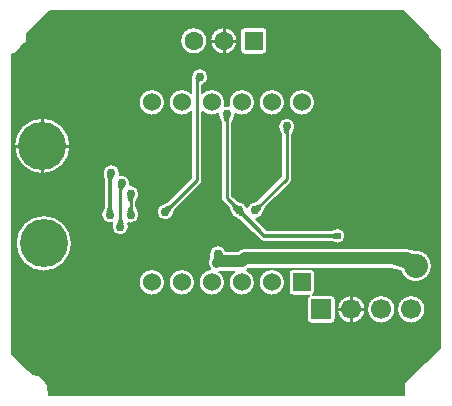
<source format=gbl>
G04 Layer: BottomLayer*
G04 EasyEDA Pro v1.9.29.eba1c1, 2023-03-25 18:59:35*
G04 Gerber Generator version 0.3*
G04 Scale: 100 percent, Rotated: No, Reflected: No*
G04 Dimensions in millimeters*
G04 Leading zeros omitted, absolute positions, 3 integers and 3 decimals*
%FSLAX33Y33*%
%MOMM*%
%ADD999C,0.2032*%
%ADD10C,0.254*%
%ADD11C,4.064*%
%ADD12C,2.032*%
%ADD13C,1.524*%
%ADD14R,1.524X1.524*%
%ADD15R,1.6010X1.599997*%
%ADD16R,1.599997X1.599997*%
%ADD17C,1.599997*%
%ADD18R,1.699997X1.699997*%
%ADD19C,1.699997*%
%ADD20C,0.6096*%
%ADD21C,0.762*%
%ADD22C,0.3048*%
%ADD23C,1.016*%
G75*


G04 Copper Start*
G36*
G01X15773Y-16383D02*
G01X15773Y-17295D01*
G01X-14296D01*
G03X-14291Y-17165I-1833J130D01*
G03X-14376Y-16611I-1837J0D01*
G01Y-16510D01*
G03X-14406Y-16438I-102J0D01*
G01X-14469Y-16375D01*
G03X-15119Y-15630I-1659J-790D01*
G03X-15271Y-15574I-197J-299D01*
G01X-15603Y-15532D01*
G01X-16342Y-14883D01*
G01X-17422Y-13803D01*
G01Y11582D01*
G01X-17272D01*
G03X-17200Y11612I0J102D01*
G01X-16418Y12394D01*
G01X-16294Y12489D01*
G03X-16182Y12631I-216J285D01*
G03X-16154Y12700I-74J69D01*
G01Y12731D01*
G03X-16152Y12774I-356J43D01*
G01Y13295D01*
G01X-14184Y15263D01*
G01X15708D01*
G01X16976Y13996D01*
G01X17803Y13071D01*
G03X17907Y12828I358J10D01*
G01X18820Y11916D01*
G01X18821Y11541D01*
G01Y-13293D01*
G01X15803Y-16311D01*
G03X15773Y-16383I72J-72D01*
G37*
%LPC*%
G36*
G01X9805Y-4370D02*
G03X10160Y-4473I355J560D01*
G03X10823Y-3810I0J663D01*
G03X10160Y-3147I-663J0D01*
G03X9805Y-3250I0J-663D01*
G01X9599Y-3299D01*
G01X4148D01*
G01X3237Y-2388D01*
G03X3905Y-1768I-62J737D01*
G01X4025Y-1487D01*
G01X6185Y673D01*
G03X6327Y1016I-343J343D01*
G01Y4744D01*
G01X6441Y5028D01*
G03X6581Y5461I-599J433D01*
G03X5842Y6200I-739J0D01*
G03X5103Y5461I0J-739D01*
G03X5243Y5028I739J0D01*
G01X5357Y4744D01*
G01Y1217D01*
G01X3339Y-801D01*
G01X3058Y-921D01*
G03X2477Y-1409I117J-730D01*
G03X1895Y-921I-698J-242D01*
G01X1614Y-801D01*
G01X1247Y-434D01*
G01Y5760D01*
G01X1361Y6044D01*
G03X1501Y6477I-599J433D01*
G03Y6507I-739J0D01*
G03X2032Y6373I531J986D01*
G03X3152Y7493I0J1120D01*
G03X2032Y8613I-1120J0D01*
G03X912Y7493I0J-1120D01*
G03X953Y7191I1120J0D01*
G03X762Y7216I-191J-714D01*
G03X571Y7191I0J-739D01*
G03X612Y7493I-1079J302D01*
G03X-508Y8613I-1120J0D01*
G03X-1293Y8292I0J-1120D01*
G01Y8950D01*
G01X-1292D01*
G03X-785Y9652I-232J702D01*
G03X-1524Y10391I-739J0D01*
G03X-2263Y9652I0J-739D01*
G03X-2253Y9531I739J0D01*
G01X-2238Y9424D01*
G03X-2263Y9271I460J-153D01*
G01Y8292D01*
G03X-3048Y8613I-785J-799D01*
G03X-4168Y7493I0J-1120D01*
G03X-3048Y6373I1120J0D01*
G03X-2263Y6694I0J1120D01*
G01Y1090D01*
G01X-4281Y-928D01*
G01X-4562Y-1048D01*
G03X-5184Y-1778I117J-730D01*
G03X-4445Y-2517I739J0D01*
G03X-3715Y-1895I0J739D01*
G01X-3595Y-1614D01*
G01X-1435Y546D01*
G03X-1293Y889I-343J343D01*
G01Y6694D01*
G03X-508Y6373I785J799D01*
G03X23Y6507I0J1120D01*
G03Y6477I739J-30D01*
G03X163Y6044I739J0D01*
G01X277Y5760D01*
G01Y-635D01*
G03X419Y-978I485J0D01*
G01X928Y-1487D01*
G01X1048Y-1768D01*
G03X1649Y-2379I730J117D01*
G01X1917Y-2512D01*
G01X3576Y-4171D01*
G03X3937Y-4321I361J361D01*
G01X9599D01*
G01X9805Y-4370D01*
G37*
G36*
G01X912Y-7747D02*
G03X2032Y-8867I1120J0D01*
G03X3152Y-7747I0J1120D01*
G03X2470Y-6716I-1120J0D01*
G03X2644Y-6581I-438J747D01*
G01X2645D01*
G01X14605D01*
G01X15472Y-6817D01*
G03X16764Y-7724I1292J467D01*
G03X18138Y-6350I0J1374D01*
G03X16764Y-4976I-1374J0D01*
G03X16727I0J-1374D01*
G01X16393Y-4942D01*
G03X16002Y-4849I-391J-773D01*
G01X15467D01*
G01X2286D01*
G03X1674Y-5103I0J-866D01*
G01X1673D01*
G01X702D01*
G03X0Y-4595I-702J-231D01*
G03X-739Y-5334I0J-739D01*
G01Y-5682D01*
G03X-866Y-6096I612J-414D01*
G03X-634Y-6634I739J0D01*
G03X-1628Y-7747I126J-1113D01*
G03X-508Y-8867I1120J0D01*
G03X612Y-7747I0J1120D01*
G03X143Y-6835I-1120J0D01*
G01X1381D01*
G03X912Y-7747I651J-912D01*
G37*
G36*
G01X-14859Y1420D02*
G03X-12469Y3810I0J2390D01*
G03X-14859Y6200I-2390J0D01*
G03X-17249Y3810I0J-2390D01*
G03X-14859Y1420I2390J0D01*
G37*
G36*
G01X-17122Y-4445D02*
G03X-14732Y-6835I2390J0D01*
G03X-12342Y-4445I0J2390D01*
G03X-14732Y-2055I-2390J0D01*
G03X-17122Y-4445I0J-2390D01*
G37*
G36*
G01X-8994Y-3048D02*
G03X-8255Y-3787I739J0D01*
G03X-7516Y-3048I0J739D01*
G03X-7584Y-2738I-739J0D01*
G03X-7366Y-2771I218J706D01*
G03X-6627Y-2032I0J739D01*
G03X-6767Y-1599I-739J0D01*
G01X-6881Y-1315D01*
G01Y-971D01*
G01X-6767Y-687D01*
G03X-6627Y-254I-599J433D01*
G03X-7366Y485I-739J0D01*
G03X-7404Y484I0J-739D01*
G03X-7389Y635I-724J151D01*
G03X-8128Y1374I-739J0D01*
G03X-8298Y1354I0J-739D01*
G03X-8278Y1524I-719J170D01*
G03X-9017Y2263I-739J0D01*
G03X-9756Y1524I0J-739D01*
G03X-9718Y1291I739J0D01*
G01X-9655Y906D01*
G01Y-1326D01*
G01X-9750Y-1609D01*
G03X-9883Y-2032I606J-423D01*
G03X-9144Y-2771I739J0D01*
G03X-8926Y-2738I0J739D01*
G03X-8994Y-3048I671J-310D01*
G37*
G36*
G01X7555Y-10883D02*
G03X7913Y-11241I358J0D01*
G01X9613D01*
G03X9971Y-10883I0J358D01*
G01Y-9183D01*
G03X9613Y-8825I-358J0D01*
G01X8043D01*
G03X8232Y-8509I-169J316D01*
G01Y-6985D01*
G03X7874Y-6627I-358J0D01*
G01X6350D01*
G03X5992Y-6985I0J-358D01*
G01Y-8509D01*
G03X6350Y-8867I358J0D01*
G01X7744D01*
G03X7555Y-9183I169J-316D01*
G01Y-10883D01*
G37*
G36*
G01X16383Y-11241D02*
G03X17591Y-10033I0J1208D01*
G03X16383Y-8825I-1208J0D01*
G03X15175Y-10033I0J-1208D01*
G03X16383Y-11241I1208J0D01*
G37*
G36*
G01X10095Y-10033D02*
G03X11303Y-11241I1208J0D01*
G03X12511Y-10033I0J1208D01*
G03X11303Y-8825I-1208J0D01*
G03X10095Y-10033I0J-1208D01*
G37*
G36*
G01X13843Y-11241D02*
G03X15051Y-10033I0J1208D01*
G03X13843Y-8825I-1208J0D01*
G03X12635Y-10033I0J-1208D01*
G03X13843Y-11241I1208J0D01*
G37*
G36*
G01X3848Y11542D02*
G03X4206Y11900I0J358D01*
G01Y13500D01*
G03X3848Y13858I-358J0D01*
G01X2248D01*
G03X1890Y13500I0J-358D01*
G01Y11900D01*
G03X2248Y11542I358J0D01*
G01X3848D01*
G37*
G36*
G01X-3190Y12700D02*
G03X-2032Y11542I1158J0D01*
G03X-874Y12700I0J1158D01*
G03X-2032Y13858I-1158J0D01*
G03X-3190Y12700I0J-1158D01*
G37*
G36*
G01X-650Y12700D02*
G03X508Y11542I1158J0D01*
G03X1666Y12700I0J1158D01*
G03X508Y13858I-1158J0D01*
G03X-650Y12700I0J-1158D01*
G37*
G36*
G01X7112Y6373D02*
G03X8232Y7493I0J1120D01*
G03X7112Y8613I-1120J0D01*
G03X5992Y7493I0J-1120D01*
G03X7112Y6373I1120J0D01*
G37*
G36*
G01X-6708Y7493D02*
G03X-5588Y6373I1120J0D01*
G03X-4468Y7493I0J1120D01*
G03X-5588Y8613I-1120J0D01*
G03X-6708Y7493I0J-1120D01*
G37*
G36*
G01X4572Y-8867D02*
G03X5692Y-7747I0J1120D01*
G03X4572Y-6627I-1120J0D01*
G03X3452Y-7747I0J-1120D01*
G03X4572Y-8867I1120J0D01*
G37*
G36*
G01X-5588Y-8867D02*
G03X-4468Y-7747I0J1120D01*
G03X-5588Y-6627I-1120J0D01*
G03X-6708Y-7747I0J-1120D01*
G03X-5588Y-8867I1120J0D01*
G37*
G36*
G01X3452Y7493D02*
G03X4572Y6373I1120J0D01*
G03X5692Y7493I0J1120D01*
G03X4572Y8613I-1120J0D01*
G03X3452Y7493I0J-1120D01*
G37*
G36*
G01X-3048Y-8867D02*
G03X-1928Y-7747I0J1120D01*
G03X-3048Y-6627I-1120J0D01*
G03X-4168Y-7747I0J-1120D01*
G03X-3048Y-8867I1120J0D01*
G37*
%LPD*%
G54D999*
G01X15773Y-16383D02*
G01X15773Y-17295D01*
G01X-14296D01*
G03X-14291Y-17165I-1833J130D01*
G03X-14376Y-16611I-1837J0D01*
G01Y-16510D01*
G03X-14406Y-16438I-102J0D01*
G01X-14469Y-16375D01*
G03X-15119Y-15630I-1659J-790D01*
G03X-15271Y-15574I-197J-299D01*
G01X-15603Y-15532D01*
G01X-16342Y-14883D01*
G01X-17422Y-13803D01*
G01Y11582D01*
G01X-17272D01*
G03X-17200Y11612I0J102D01*
G01X-16418Y12394D01*
G01X-16294Y12489D01*
G03X-16182Y12631I-216J285D01*
G03X-16154Y12700I-74J69D01*
G01Y12731D01*
G03X-16152Y12774I-356J43D01*
G01Y13295D01*
G01X-14184Y15263D01*
G01X15708D01*
G01X16976Y13996D01*
G01X17803Y13071D01*
G03X17907Y12828I358J10D01*
G01X18820Y11916D01*
G01X18821Y11541D01*
G01Y-13293D01*
G01X15803Y-16311D01*
G03X15773Y-16383I72J-72D01*
G01X9805Y-4370D02*
G03X10160Y-4473I355J560D01*
G03X10823Y-3810I0J663D01*
G03X10160Y-3147I-663J0D01*
G03X9805Y-3250I0J-663D01*
G01X9599Y-3299D01*
G01X4148D01*
G01X3237Y-2388D01*
G03X3905Y-1768I-62J737D01*
G01X4025Y-1487D01*
G01X6185Y673D01*
G03X6327Y1016I-343J343D01*
G01Y4744D01*
G01X6441Y5028D01*
G03X6581Y5461I-599J433D01*
G03X5842Y6200I-739J0D01*
G03X5103Y5461I0J-739D01*
G03X5243Y5028I739J0D01*
G01X5357Y4744D01*
G01Y1217D01*
G01X3339Y-801D01*
G01X3058Y-921D01*
G03X2477Y-1409I117J-730D01*
G03X1895Y-921I-698J-242D01*
G01X1614Y-801D01*
G01X1247Y-434D01*
G01Y5760D01*
G01X1361Y6044D01*
G03X1501Y6477I-599J433D01*
G03Y6507I-739J0D01*
G03X2032Y6373I531J986D01*
G03X3152Y7493I0J1120D01*
G03X2032Y8613I-1120J0D01*
G03X912Y7493I0J-1120D01*
G03X953Y7191I1120J0D01*
G03X762Y7216I-191J-714D01*
G03X571Y7191I0J-739D01*
G03X612Y7493I-1079J302D01*
G03X-508Y8613I-1120J0D01*
G03X-1293Y8292I0J-1120D01*
G01Y8950D01*
G01X-1292D01*
G03X-785Y9652I-232J702D01*
G03X-1524Y10391I-739J0D01*
G03X-2263Y9652I0J-739D01*
G03X-2253Y9531I739J0D01*
G01X-2238Y9424D01*
G03X-2263Y9271I460J-153D01*
G01Y8292D01*
G03X-3048Y8613I-785J-799D01*
G03X-4168Y7493I0J-1120D01*
G03X-3048Y6373I1120J0D01*
G03X-2263Y6694I0J1120D01*
G01Y1090D01*
G01X-4281Y-928D01*
G01X-4562Y-1048D01*
G03X-5184Y-1778I117J-730D01*
G03X-4445Y-2517I739J0D01*
G03X-3715Y-1895I0J739D01*
G01X-3595Y-1614D01*
G01X-1435Y546D01*
G03X-1293Y889I-343J343D01*
G01Y6694D01*
G03X-508Y6373I785J799D01*
G03X23Y6507I0J1120D01*
G03Y6477I739J-30D01*
G03X163Y6044I739J0D01*
G01X277Y5760D01*
G01Y-635D01*
G03X419Y-978I485J0D01*
G01X928Y-1487D01*
G01X1048Y-1768D01*
G03X1649Y-2379I730J117D01*
G01X1917Y-2512D01*
G01X3576Y-4171D01*
G03X3937Y-4321I361J361D01*
G01X9599D01*
G01X9805Y-4370D01*
G01X912Y-7747D02*
G03X2032Y-8867I1120J0D01*
G03X3152Y-7747I0J1120D01*
G03X2470Y-6716I-1120J0D01*
G03X2644Y-6581I-438J747D01*
G01X2645D01*
G01X14605D01*
G01X15472Y-6817D01*
G03X16764Y-7724I1292J467D01*
G03X18138Y-6350I0J1374D01*
G03X16764Y-4976I-1374J0D01*
G03X16727I0J-1374D01*
G01X16393Y-4942D01*
G03X16002Y-4849I-391J-773D01*
G01X15467D01*
G01X2286D01*
G03X1674Y-5103I0J-866D01*
G01X1673D01*
G01X702D01*
G03X0Y-4595I-702J-231D01*
G03X-739Y-5334I0J-739D01*
G01Y-5682D01*
G03X-866Y-6096I612J-414D01*
G03X-634Y-6634I739J0D01*
G03X-1628Y-7747I126J-1113D01*
G03X-508Y-8867I1120J0D01*
G03X612Y-7747I0J1120D01*
G03X143Y-6835I-1120J0D01*
G01X1381D01*
G03X912Y-7747I651J-912D01*
G01X-14859Y1420D02*
G03X-12469Y3810I0J2390D01*
G03X-14859Y6200I-2390J0D01*
G03X-17249Y3810I0J-2390D01*
G03X-14859Y1420I2390J0D01*
G01X-17122Y-4445D02*
G03X-14732Y-6835I2390J0D01*
G03X-12342Y-4445I0J2390D01*
G03X-14732Y-2055I-2390J0D01*
G03X-17122Y-4445I0J-2390D01*
G01X-8994Y-3048D02*
G03X-8255Y-3787I739J0D01*
G03X-7516Y-3048I0J739D01*
G03X-7584Y-2738I-739J0D01*
G03X-7366Y-2771I218J706D01*
G03X-6627Y-2032I0J739D01*
G03X-6767Y-1599I-739J0D01*
G01X-6881Y-1315D01*
G01Y-971D01*
G01X-6767Y-687D01*
G03X-6627Y-254I-599J433D01*
G03X-7366Y485I-739J0D01*
G03X-7404Y484I0J-739D01*
G03X-7389Y635I-724J151D01*
G03X-8128Y1374I-739J0D01*
G03X-8298Y1354I0J-739D01*
G03X-8278Y1524I-719J170D01*
G03X-9017Y2263I-739J0D01*
G03X-9756Y1524I0J-739D01*
G03X-9718Y1291I739J0D01*
G01X-9655Y906D01*
G01Y-1326D01*
G01X-9750Y-1609D01*
G03X-9883Y-2032I606J-423D01*
G03X-9144Y-2771I739J0D01*
G03X-8926Y-2738I0J739D01*
G03X-8994Y-3048I671J-310D01*
G01X7555Y-10883D02*
G03X7913Y-11241I358J0D01*
G01X9613D01*
G03X9971Y-10883I0J358D01*
G01Y-9183D01*
G03X9613Y-8825I-358J0D01*
G01X8043D01*
G03X8232Y-8509I-169J316D01*
G01Y-6985D01*
G03X7874Y-6627I-358J0D01*
G01X6350D01*
G03X5992Y-6985I0J-358D01*
G01Y-8509D01*
G03X6350Y-8867I358J0D01*
G01X7744D01*
G03X7555Y-9183I169J-316D01*
G01Y-10883D01*
G01X16383Y-11241D02*
G03X17591Y-10033I0J1208D01*
G03X16383Y-8825I-1208J0D01*
G03X15175Y-10033I0J-1208D01*
G03X16383Y-11241I1208J0D01*
G01X10095Y-10033D02*
G03X11303Y-11241I1208J0D01*
G03X12511Y-10033I0J1208D01*
G03X11303Y-8825I-1208J0D01*
G03X10095Y-10033I0J-1208D01*
G01X13843Y-11241D02*
G03X15051Y-10033I0J1208D01*
G03X13843Y-8825I-1208J0D01*
G03X12635Y-10033I0J-1208D01*
G03X13843Y-11241I1208J0D01*
G01X3848Y11542D02*
G03X4206Y11900I0J358D01*
G01Y13500D01*
G03X3848Y13858I-358J0D01*
G01X2248D01*
G03X1890Y13500I0J-358D01*
G01Y11900D01*
G03X2248Y11542I358J0D01*
G01X3848D01*
G01X-3190Y12700D02*
G03X-2032Y11542I1158J0D01*
G03X-874Y12700I0J1158D01*
G03X-2032Y13858I-1158J0D01*
G03X-3190Y12700I0J-1158D01*
G01X-650Y12700D02*
G03X508Y11542I1158J0D01*
G03X1666Y12700I0J1158D01*
G03X508Y13858I-1158J0D01*
G03X-650Y12700I0J-1158D01*
G01X7112Y6373D02*
G03X8232Y7493I0J1120D01*
G03X7112Y8613I-1120J0D01*
G03X5992Y7493I0J-1120D01*
G03X7112Y6373I1120J0D01*
G01X-6708Y7493D02*
G03X-5588Y6373I1120J0D01*
G03X-4468Y7493I0J1120D01*
G03X-5588Y8613I-1120J0D01*
G03X-6708Y7493I0J-1120D01*
G01X4572Y-8867D02*
G03X5692Y-7747I0J1120D01*
G03X4572Y-6627I-1120J0D01*
G03X3452Y-7747I0J-1120D01*
G03X4572Y-8867I1120J0D01*
G01X-5588Y-8867D02*
G03X-4468Y-7747I0J1120D01*
G03X-5588Y-6627I-1120J0D01*
G03X-6708Y-7747I0J-1120D01*
G03X-5588Y-8867I1120J0D01*
G01X3452Y7493D02*
G03X4572Y6373I1120J0D01*
G03X5692Y7493I0J1120D01*
G03X4572Y8613I-1120J0D01*
G03X3452Y7493I0J-1120D01*
G01X-3048Y-8867D02*
G03X-1928Y-7747I0J1120D01*
G03X-3048Y-6627I-1120J0D01*
G03X-4168Y-7747I0J-1120D01*
G03X-3048Y-8867I1120J0D01*
G54D10*
G01X11303Y-10033D02*
G01X10194Y-10033D01*
G01X11303Y-10033D02*
G01X12412Y-10033D01*
G01X11303Y-10033D02*
G01X11303Y-8924D01*
G01X11303Y-10033D02*
G01X11303Y-11142D01*
G01X508Y12700D02*
G01X1567Y12700D01*
G01X508Y12700D02*
G01X-551Y12700D01*
G01X508Y12700D02*
G01X508Y11641D01*
G01X508Y12700D02*
G01X508Y13759D01*
G01X-14859Y3810D02*
G01X-17150Y3810D01*
G01X-14859Y3810D02*
G01X-12568Y3810D01*
G01X-14859Y3810D02*
G01X-14859Y6101D01*
G01X-14859Y3810D02*
G01X-14859Y1519D01*
G04 Copper End*

G04 Tear Start*
G36*
G01X16716Y-5335D02*
G01X15467Y-5207D01*
G01X14653Y-6223D01*
G01X15763Y-6525D01*
G01X16716Y-5335D01*
G37*
G36*
G01X-8858Y-1780D02*
G01X-8992Y-1384D01*
G01X-9296D01*
G01X-9430Y-1780D01*
G01X-8858D01*
G37*
G36*
G01X-8481Y493D02*
G01X-8382Y38D01*
G01X-8128Y-52D01*
G01X-7943Y302D01*
G01X-8481Y493D01*
G37*
G36*
G01X-7969Y-2796D02*
G01X-8128Y-2400D01*
G01X-8382D01*
G01X-8541Y-2796D01*
G01X-7969D01*
G37*
G36*
G01X476Y6225D02*
G01X635Y5829D01*
G01X889D01*
G01X1048Y6225D01*
G01X476D01*
G37*
G36*
G01X-1899Y9586D02*
G01X-1868Y9361D01*
G01X-1688Y9181D01*
G01X-1411Y9288D01*
G01X-1899Y9586D01*
G37*
G36*
G01X5556Y5209D02*
G01X5715Y4813D01*
G01X5969D01*
G01X6128Y5209D01*
G01X5556D01*
G37*
G36*
G01X-9370Y1382D02*
G01X-9296Y936D01*
G01X-8992Y828D01*
G01X-8832Y1191D01*
G01X-9370Y1382D01*
G37*
G36*
G01X-7080Y-1780D02*
G01X-7239Y-1384D01*
G01X-7493D01*
G01X-7652Y-1780D01*
G01X-7080D01*
G37*
G36*
G01X1802Y-1271D02*
G01X1410Y-1103D01*
G01X1230Y-1283D01*
G01X1398Y-1675D01*
G01X1802Y-1271D01*
G37*
G36*
G01X1754Y-2031D02*
G01X2128Y-2217D01*
G01X2344Y-2001D01*
G01X2158Y-1627D01*
G01X1754Y-2031D01*
G37*
G36*
G01X3555Y-1675D02*
G01X3723Y-1283D01*
G01X3543Y-1103D01*
G01X3151Y-1271D01*
G01X3555Y-1675D01*
G37*
G36*
G01X-7652Y-506D02*
G01X-7493Y-902D01*
G01X-7239D01*
G01X-7080Y-506D01*
G01X-7652D01*
G37*
G36*
G01X-4065Y-1802D02*
G01X-3897Y-1410D01*
G01X-4077Y-1230D01*
G01X-4469Y-1398D01*
G01X-4065Y-1802D01*
G37*
G36*
G01X9958Y-3581D02*
G01X9642Y-3658D01*
G01Y-3962D01*
G01X9958Y-4039D01*
G01Y-3581D01*
G37*
G04 Tear End*

G04 Pad Start*
G54D11*
G01X-14859Y3810D03*
G54D12*
G01X16764Y-6350D03*
G54D11*
G01X-14732Y-4445D03*
G54D13*
G01X7112Y7493D03*
G01X4572Y7493D03*
G01X2032Y7493D03*
G01X-508Y7493D03*
G01X-3048Y7493D03*
G01X-5588Y7493D03*
G01X-5588Y-7747D03*
G01X-3048Y-7747D03*
G01X-508Y-7747D03*
G01X2032Y-7747D03*
G01X4572Y-7747D03*
G54D14*
G01X7112Y-7747D03*
G54D16*
G01X3048Y12700D03*
G54D17*
G01X508Y12700D03*
G01X-2032Y12700D03*
G54D18*
G01X8763Y-10033D03*
G54D19*
G01X11303Y-10033D03*
G01X13843Y-10033D03*
G01X16383Y-10033D03*
G04 Pad End*

G04 Via Start*
G54D20*
G01X-5969Y-5207D03*
G54D21*
G01X17399Y-8128D03*
G01X-9906Y8890D03*
G01X-8763Y3556D03*
G01X-11176Y4572D03*
G01X-9144Y-2032D03*
G01X-8128Y635D03*
G01X-8255Y-3048D03*
G01X-15875Y4826D03*
G01X-15875Y7208D03*
G01X762Y6477D03*
G01X-7747Y7112D03*
G01X-1524Y9652D03*
G01X10795Y-12700D03*
G01X-14732Y10668D03*
G01X6223Y-13716D03*
G01X14732Y-16383D03*
G01X0Y-5334D03*
G01X-127Y-6096D03*
G54D20*
G01X-4445Y-5207D03*
G54D21*
G01X-5778Y-2794D03*
G01X17399Y11557D03*
G01X1524Y127D03*
G01X10287Y11938D03*
G01X5842Y5461D03*
G01X-16764Y-9144D03*
G01X-11430Y-10541D03*
G01X-10922Y-7112D03*
G01X-16383Y-13462D03*
G01X5461Y-2921D03*
G01X-5588Y-11176D03*
G01X-11430Y381D03*
G01X-10541Y-2286D03*
G01X2159Y-10287D03*
G01X8010Y-2291D03*
G01X-9017Y1524D03*
G01X-1016Y127D03*
G01X-7366Y-2032D03*
G01X2794Y-9144D03*
G01X-1905Y-8890D03*
G01X1778Y-1651D03*
G01X3175Y-1651D03*
G01X3818Y127D03*
G01X15113Y-8001D03*
G01X11684Y-3175D03*
G01X12700Y1143D03*
G01X13716Y-2413D03*
G01X12192Y6477D03*
G01X13462Y9652D03*
G01X12425Y-762D03*
G01X-7366Y-254D03*
G01X-4445Y-1778D03*
G01X9779Y2794D03*
G54D20*
G01X10160Y-3810D03*
G04 Via End*

G04 Track Start*
G54D10*
G01X5842Y5461D02*
G01X5842Y1016D01*
G01X762Y6477D02*
G01X762Y-635D01*
G54D21*
G01X0Y-5334D02*
G01X0Y-5842D01*
G54D22*
G01X-9017Y1524D02*
G01X-9144Y1397D01*
G54D10*
G01X-8128Y635D02*
G01X-8255Y508D01*
G01X5842Y1016D02*
G01X3175Y-1651D01*
G01X762Y-635D02*
G01X1778Y-1651D01*
G01X-8255Y508D02*
G01X-8255Y-3048D01*
G54D22*
G01X-9144Y1397D02*
G01X-9144Y-2032D01*
G54D10*
G01X-7366Y-254D02*
G01X-7366Y-2032D01*
G01X-1524Y9525D02*
G01X-1524Y9652D01*
G01X-4445Y-1778D02*
G01X-1778Y889D01*
G01Y9271D01*
G01X-1524Y9525D01*
G54D21*
G01X-127Y-6096D02*
G01X0Y-5969D01*
G54D23*
G01X127Y-5969D02*
G01X2032Y-5969D01*
G54D21*
G01X0Y-5842D02*
G01X127Y-5969D01*
G54D23*
G01X2032Y-5969D02*
G01X2286Y-5715D01*
G01X16002D01*
G01X16764Y-6477D01*
G54D22*
G01X1778Y-1651D02*
G01X3937Y-3810D01*
G01X10160D01*
G04 Track End*

M02*

</source>
